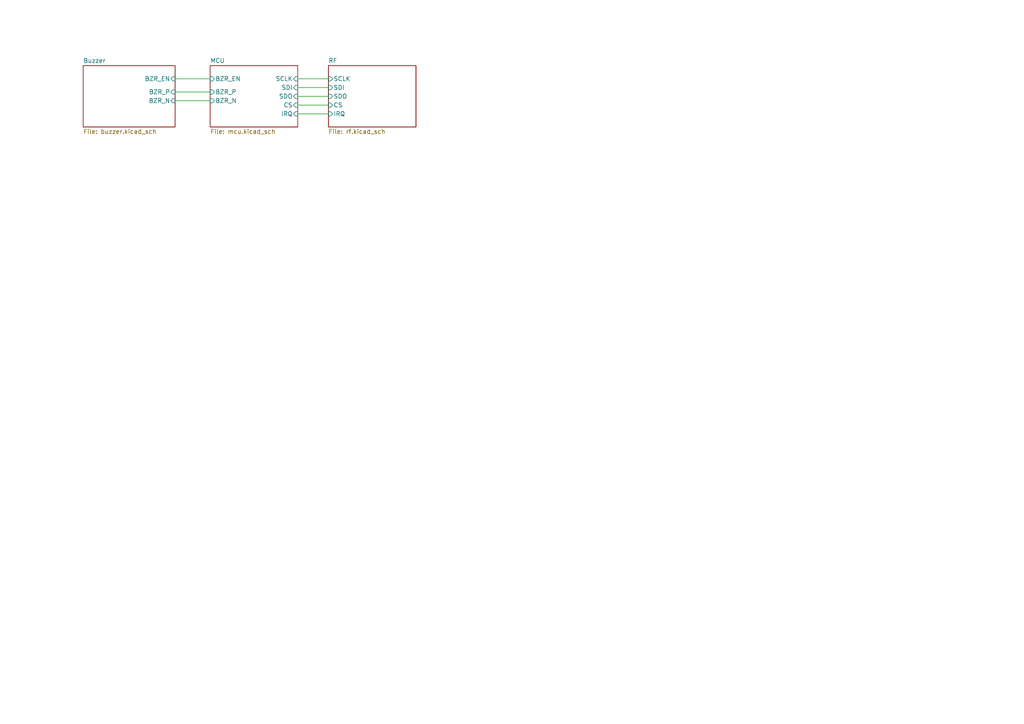
<source format=kicad_sch>
(kicad_sch
	(version 20250114)
	(generator "eeschema")
	(generator_version "9.0")
	(uuid "d3cb7130-decc-418b-958e-e5d84a8d867f")
	(paper "A4")
	(title_block
		(title "Gateway")
		(date "2025-09-30")
		(rev "RAV0.0")
		(company "NPX4U")
	)
	(lib_symbols)
	(wire
		(pts
			(xy 86.36 27.94) (xy 95.25 27.94)
		)
		(stroke
			(width 0)
			(type default)
		)
		(uuid "12c48259-80e8-43cb-9b36-2ca077894ece")
	)
	(wire
		(pts
			(xy 50.8 29.21) (xy 60.96 29.21)
		)
		(stroke
			(width 0)
			(type default)
		)
		(uuid "1f709654-dc22-48a2-8818-edee18f61f14")
	)
	(wire
		(pts
			(xy 86.36 22.86) (xy 95.25 22.86)
		)
		(stroke
			(width 0)
			(type default)
		)
		(uuid "37266ea4-39e5-45dd-a985-9bdea3f684c6")
	)
	(wire
		(pts
			(xy 86.36 33.02) (xy 95.25 33.02)
		)
		(stroke
			(width 0)
			(type default)
		)
		(uuid "57ed73ff-e52b-4d0f-a63d-bea618e35b5b")
	)
	(wire
		(pts
			(xy 86.36 30.48) (xy 95.25 30.48)
		)
		(stroke
			(width 0)
			(type default)
		)
		(uuid "6c48378a-0329-4a9a-aee4-f131716c089f")
	)
	(wire
		(pts
			(xy 50.8 22.86) (xy 60.96 22.86)
		)
		(stroke
			(width 0)
			(type default)
		)
		(uuid "72dfebf2-5b49-4880-83e0-b8157f797bef")
	)
	(wire
		(pts
			(xy 50.8 26.67) (xy 60.96 26.67)
		)
		(stroke
			(width 0)
			(type default)
		)
		(uuid "8ade48bf-c88e-4514-8e95-44e14e658bb8")
	)
	(wire
		(pts
			(xy 86.36 25.4) (xy 95.25 25.4)
		)
		(stroke
			(width 0)
			(type default)
		)
		(uuid "bf58182e-5e2c-481e-afbf-cb41cc662f13")
	)
	(sheet
		(at 95.25 19.05)
		(size 25.4 17.78)
		(exclude_from_sim no)
		(in_bom yes)
		(on_board yes)
		(dnp no)
		(fields_autoplaced yes)
		(stroke
			(width 0.1524)
			(type solid)
		)
		(fill
			(color 0 0 0 0.0000)
		)
		(uuid "af07603d-259f-481d-be2c-d925e27835a3")
		(property "Sheetname" "RF"
			(at 95.25 18.3384 0)
			(effects
				(font
					(size 1.27 1.27)
				)
				(justify left bottom)
			)
		)
		(property "Sheetfile" "rf.kicad_sch"
			(at 95.25 37.4146 0)
			(effects
				(font
					(size 1.27 1.27)
				)
				(justify left top)
			)
		)
		(pin "CS" input
			(at 95.25 30.48 180)
			(uuid "6e6074eb-8606-4c38-8900-b4b2b904a09e")
			(effects
				(font
					(size 1.27 1.27)
				)
				(justify left)
			)
		)
		(pin "SCLK" input
			(at 95.25 22.86 180)
			(uuid "b7f632f5-dfba-467d-986d-99f85e0e5a30")
			(effects
				(font
					(size 1.27 1.27)
				)
				(justify left)
			)
		)
		(pin "SDI" input
			(at 95.25 25.4 180)
			(uuid "516fd1d2-7d14-466c-88fd-ca1f6919a6d7")
			(effects
				(font
					(size 1.27 1.27)
				)
				(justify left)
			)
		)
		(pin "SDO" input
			(at 95.25 27.94 180)
			(uuid "b0548032-77d5-40c6-a941-959a5a2e6f74")
			(effects
				(font
					(size 1.27 1.27)
				)
				(justify left)
			)
		)
		(pin "IRQ" input
			(at 95.25 33.02 180)
			(uuid "02d0451f-8401-4f7c-936b-3cae6f8eccba")
			(effects
				(font
					(size 1.27 1.27)
				)
				(justify left)
			)
		)
		(instances
			(project "gateway"
				(path "/d3cb7130-decc-418b-958e-e5d84a8d867f"
					(page "3")
				)
			)
		)
	)
	(sheet
		(at 60.96 19.05)
		(size 25.4 17.78)
		(exclude_from_sim no)
		(in_bom yes)
		(on_board yes)
		(dnp no)
		(fields_autoplaced yes)
		(stroke
			(width 0.1524)
			(type solid)
		)
		(fill
			(color 0 0 0 0.0000)
		)
		(uuid "ec220677-d66d-4ee1-961f-1c93fb46783a")
		(property "Sheetname" "MCU"
			(at 60.96 18.3384 0)
			(effects
				(font
					(size 1.27 1.27)
				)
				(justify left bottom)
			)
		)
		(property "Sheetfile" "mcu.kicad_sch"
			(at 60.96 37.4146 0)
			(effects
				(font
					(size 1.27 1.27)
				)
				(justify left top)
			)
		)
		(pin "BZR_EN" input
			(at 60.96 22.86 180)
			(uuid "b40fbf33-adcb-4645-abef-fe7ddfc06d96")
			(effects
				(font
					(size 1.27 1.27)
				)
				(justify left)
			)
		)
		(pin "BZR_N" input
			(at 60.96 29.21 180)
			(uuid "e991eb65-a4b0-4b7d-b67e-0fa61d8b9ac9")
			(effects
				(font
					(size 1.27 1.27)
				)
				(justify left)
			)
		)
		(pin "BZR_P" input
			(at 60.96 26.67 180)
			(uuid "ca407752-d84e-4f86-b31f-4306f09e6ae6")
			(effects
				(font
					(size 1.27 1.27)
				)
				(justify left)
			)
		)
		(pin "CS" input
			(at 86.36 30.48 0)
			(uuid "f1a2badb-20b8-4e1f-82ed-d262f5182eea")
			(effects
				(font
					(size 1.27 1.27)
				)
				(justify right)
			)
		)
		(pin "SCLK" input
			(at 86.36 22.86 0)
			(uuid "4c106314-38f9-448b-92ec-0bcbd9ad4f57")
			(effects
				(font
					(size 1.27 1.27)
				)
				(justify right)
			)
		)
		(pin "SDI" input
			(at 86.36 25.4 0)
			(uuid "2099e5ba-2955-48ea-9320-082584fd779c")
			(effects
				(font
					(size 1.27 1.27)
				)
				(justify right)
			)
		)
		(pin "SDO" input
			(at 86.36 27.94 0)
			(uuid "d5b3261d-aaba-4a72-a169-21fcea72338b")
			(effects
				(font
					(size 1.27 1.27)
				)
				(justify right)
			)
		)
		(pin "IRQ" input
			(at 86.36 33.02 0)
			(uuid "024fa846-8d87-49fb-a0d9-23cdf80a7cd8")
			(effects
				(font
					(size 1.27 1.27)
				)
				(justify right)
			)
		)
		(instances
			(project "gateway"
				(path "/d3cb7130-decc-418b-958e-e5d84a8d867f"
					(page "3")
				)
			)
		)
	)
	(sheet
		(at 24.13 19.05)
		(size 26.67 17.78)
		(exclude_from_sim no)
		(in_bom yes)
		(on_board yes)
		(dnp no)
		(fields_autoplaced yes)
		(stroke
			(width 0.1524)
			(type solid)
		)
		(fill
			(color 0 0 0 0.0000)
		)
		(uuid "fe77db69-068b-4697-8152-e8993e362189")
		(property "Sheetname" "Buzzer"
			(at 24.13 18.3384 0)
			(effects
				(font
					(size 1.27 1.27)
				)
				(justify left bottom)
			)
		)
		(property "Sheetfile" "buzzer.kicad_sch"
			(at 24.13 37.4146 0)
			(effects
				(font
					(size 1.27 1.27)
				)
				(justify left top)
			)
		)
		(pin "BZR_EN" input
			(at 50.8 22.86 0)
			(uuid "db4f3e00-5c22-461a-8330-e38981e1813d")
			(effects
				(font
					(size 1.27 1.27)
				)
				(justify right)
			)
		)
		(pin "BZR_N" input
			(at 50.8 29.21 0)
			(uuid "cd15aca7-6b7a-41a5-bca7-1e00c66e9a7f")
			(effects
				(font
					(size 1.27 1.27)
				)
				(justify right)
			)
		)
		(pin "BZR_P" input
			(at 50.8 26.67 0)
			(uuid "740b1ba3-afa1-4218-a65d-ce2b33183510")
			(effects
				(font
					(size 1.27 1.27)
				)
				(justify right)
			)
		)
		(instances
			(project "gateway"
				(path "/d3cb7130-decc-418b-958e-e5d84a8d867f"
					(page "4")
				)
			)
		)
	)
	(sheet_instances
		(path "/"
			(page "1")
		)
	)
	(embedded_fonts no)
)

</source>
